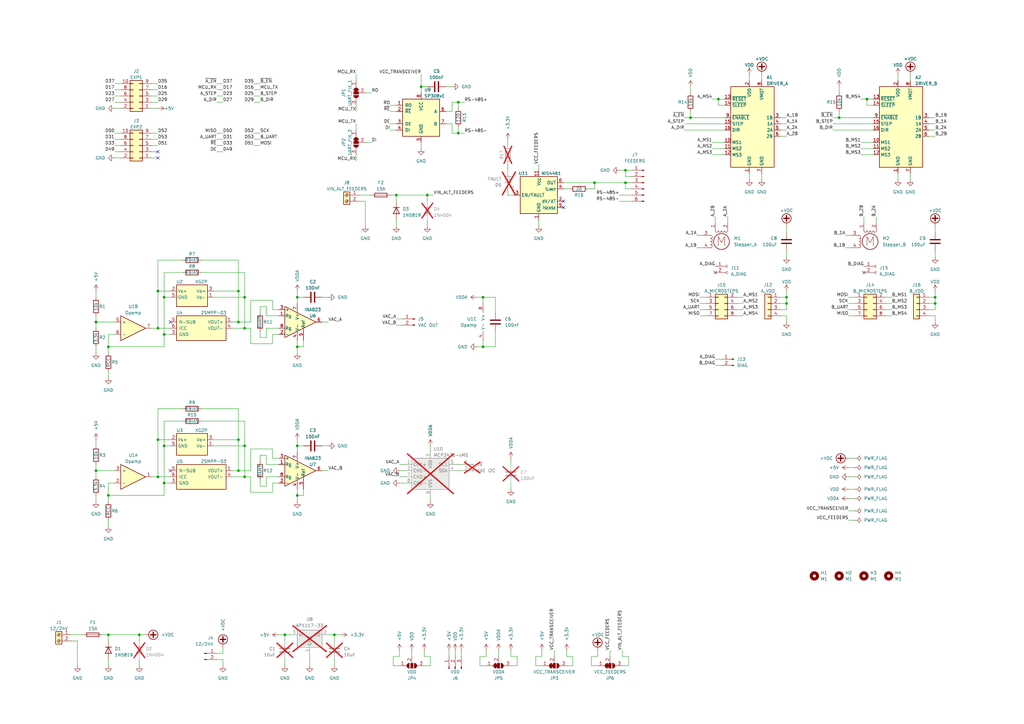
<source format=kicad_sch>
(kicad_sch (version 20230121) (generator eeschema)
  (paper "A3")
  (junction (at 64.77 134.62))
  (junction (at 100.33 195.58))
  (junction (at 100.33 121.92))
  (junction (at 121.92 121.92))
  (junction (at 322.58 121.92))
  (junction (at 39.37 193.04))
  (junction (at 121.92 182.88))
  (junction (at 322.58 124.46))
  (junction (at 57.15 260.35))
  (junction (at 187.96 41.91))
  (junction (at 383.54 121.92))
  (junction (at 67.31 182.88))
  (junction (at 64.77 180.34))
  (junction (at 116.84 260.35))
  (junction (at 97.79 180.34))
  (junction (at 294.64 40.64))
  (junction (at 198.12 121.92))
  (junction (at 137.16 260.35))
  (junction (at 100.33 134.62))
  (junction (at 283.21 48.26))
  (junction (at 121.92 142.24))
  (junction (at 39.37 132.08))
  (junction (at 64.77 195.58))
  (junction (at 187.96 54.61))
  (junction (at 67.31 198.12))
  (junction (at 44.45 260.35))
  (junction (at 198.12 142.24))
  (junction (at 121.92 203.2))
  (junction (at 344.17 48.26))
  (junction (at 256.54 74.93))
  (junction (at 67.31 121.92))
  (junction (at 383.54 124.46))
  (junction (at 100.33 182.88))
  (junction (at 97.79 193.04))
  (junction (at 175.26 80.01))
  (junction (at 44.45 142.24))
  (junction (at 97.79 119.38))
  (junction (at 64.77 119.38))
  (junction (at 243.84 74.93))
  (junction (at 172.72 35.56))
  (junction (at 67.31 137.16))
  (junction (at 355.6 40.64))
  (junction (at 44.45 203.2))
  (junction (at 256.54 69.85))
  (junction (at 97.79 132.08))
  (junction (at 162.56 80.01))
  (no_connect (at 69.85 132.08))
  (no_connect (at 354.33 111.76))
  (no_connect (at 69.85 193.04))
  (no_connect (at 293.37 111.76))
  (no_connect (at 231.14 82.55))
  (no_connect (at 64.77 64.77))
  (no_connect (at 231.14 85.09))
  (no_connect (at 64.77 62.23))
  (wire (pts (xy 208.28 80.01) (xy 210.82 80.01)))
  (wire (pts (xy 39.37 190.5) (xy 39.37 193.04)))
  (wire (pts (xy 175.26 82.55) (xy 175.26 80.01)))
  (wire (pts (xy 185.42 41.91) (xy 187.96 41.91)))
  (wire (pts (xy 64.77 195.58) (xy 62.23 195.58)))
  (wire (pts (xy 137.16 260.35) (xy 139.7 260.35)))
  (wire (pts (xy 102.87 123.19) (xy 102.87 132.08)))
  (wire (pts (xy 97.79 193.04) (xy 95.25 193.04)))
  (wire (pts (xy 91.44 34.29) (xy 88.9 34.29)))
  (wire (pts (xy 381 127) (xy 383.54 127)))
  (wire (pts (xy 111.76 198.12) (xy 111.76 201.93)))
  (wire (pts (xy 64.77 167.64) (xy 74.93 167.64)))
  (wire (pts (xy 160.02 80.01) (xy 162.56 80.01)))
  (wire (pts (xy 208.28 77.47) (xy 208.28 80.01)))
  (wire (pts (xy 100.33 195.58) (xy 102.87 195.58)))
  (wire (pts (xy 146.05 50.8) (xy 146.05 53.34)))
  (wire (pts (xy 134.62 121.92) (xy 132.08 121.92)))
  (wire (pts (xy 106.68 196.85) (xy 106.68 199.39)))
  (wire (pts (xy 358.14 43.18) (xy 355.6 43.18)))
  (wire (pts (xy 353.06 40.64) (xy 355.6 40.64)))
  (wire (pts (xy 242.57 269.24) (xy 245.11 269.24)))
  (wire (pts (xy 243.84 74.93) (xy 243.84 77.47)))
  (wire (pts (xy 100.33 111.76) (xy 100.33 121.92)))
  (wire (pts (xy 287.02 121.92) (xy 289.56 121.92)))
  (wire (pts (xy 242.57 269.24) (xy 242.57 273.05)))
  (wire (pts (xy 293.37 88.9) (xy 293.37 91.44)))
  (wire (pts (xy 39.37 142.24) (xy 39.37 144.78)))
  (wire (pts (xy 162.56 90.17) (xy 162.56 92.71)))
  (wire (pts (xy 355.6 40.64) (xy 358.14 40.64)))
  (wire (pts (xy 67.31 203.2) (xy 44.45 203.2)))
  (wire (pts (xy 381 124.46) (xy 383.54 124.46)))
  (wire (pts (xy 100.33 182.88) (xy 100.33 172.72)))
  (wire (pts (xy 231.14 74.93) (xy 243.84 74.93)))
  (wire (pts (xy 111.76 127) (xy 114.3 127)))
  (wire (pts (xy 46.99 64.77) (xy 49.53 64.77)))
  (wire (pts (xy 114.3 195.58) (xy 109.22 195.58)))
  (wire (pts (xy 254 80.01) (xy 259.08 80.01)))
  (wire (pts (xy 46.99 54.61) (xy 49.53 54.61)))
  (wire (pts (xy 257.81 273.05) (xy 255.27 273.05)))
  (wire (pts (xy 185.42 45.72) (xy 185.42 41.91)))
  (wire (pts (xy 173.99 269.24) (xy 173.99 266.7)))
  (wire (pts (xy 39.37 193.04) (xy 46.99 193.04)))
  (wire (pts (xy 46.99 36.83) (xy 49.53 36.83)))
  (wire (pts (xy 121.92 121.92) (xy 124.46 121.92)))
  (wire (pts (xy 187.96 52.07) (xy 187.96 54.61)))
  (wire (pts (xy 283.21 48.26) (xy 297.18 48.26)))
  (wire (pts (xy 64.77 195.58) (xy 64.77 180.34)))
  (wire (pts (xy 74.93 106.68) (xy 64.77 106.68)))
  (wire (pts (xy 91.44 36.83) (xy 88.9 36.83)))
  (wire (pts (xy 203.2 135.89) (xy 203.2 142.24)))
  (wire (pts (xy 347.98 213.36) (xy 350.52 213.36)))
  (wire (pts (xy 97.79 119.38) (xy 97.79 106.68)))
  (wire (pts (xy 312.42 30.48) (xy 312.42 33.02)))
  (wire (pts (xy 383.54 121.92) (xy 383.54 124.46)))
  (wire (pts (xy 160.02 53.34) (xy 162.56 53.34)))
  (wire (pts (xy 111.76 187.96) (xy 114.3 187.96)))
  (wire (pts (xy 46.99 57.15) (xy 49.53 57.15)))
  (wire (pts (xy 347.98 200.66) (xy 350.52 200.66)))
  (wire (pts (xy 91.44 41.91) (xy 88.9 41.91)))
  (wire (pts (xy 186.69 190.5) (xy 189.23 190.5)))
  (wire (pts (xy 320.04 129.54) (xy 322.58 129.54)))
  (wire (pts (xy 29.21 262.89) (xy 31.75 262.89)))
  (wire (pts (xy 172.72 58.42) (xy 172.72 60.96)))
  (wire (pts (xy 62.23 62.23) (xy 64.77 62.23)))
  (wire (pts (xy 39.37 193.04) (xy 39.37 195.58)))
  (wire (pts (xy 67.31 142.24) (xy 44.45 142.24)))
  (wire (pts (xy 87.63 119.38) (xy 97.79 119.38)))
  (wire (pts (xy 383.54 124.46) (xy 383.54 127)))
  (wire (pts (xy 137.16 273.05) (xy 137.16 270.51)))
  (wire (pts (xy 186.69 269.24) (xy 186.69 266.7)))
  (wire (pts (xy 67.31 198.12) (xy 69.85 198.12)))
  (wire (pts (xy 146.05 43.18) (xy 146.05 45.72)))
  (wire (pts (xy 124.46 142.24) (xy 124.46 139.7)))
  (wire (pts (xy 46.99 44.45) (xy 49.53 44.45)))
  (wire (pts (xy 347.98 124.46) (xy 350.52 124.46)))
  (wire (pts (xy 222.25 269.24) (xy 219.71 269.24)))
  (wire (pts (xy 106.68 186.69) (xy 106.68 189.23)))
  (wire (pts (xy 39.37 132.08) (xy 39.37 134.62)))
  (wire (pts (xy 256.54 77.47) (xy 256.54 74.93)))
  (wire (pts (xy 114.3 137.16) (xy 111.76 137.16)))
  (wire (pts (xy 212.09 273.05) (xy 212.09 269.24)))
  (wire (pts (xy 111.76 137.16) (xy 111.76 140.97)))
  (wire (pts (xy 285.75 101.6) (xy 288.29 101.6)))
  (wire (pts (xy 175.26 90.17) (xy 175.26 92.71)))
  (wire (pts (xy 106.68 41.91) (xy 104.14 41.91)))
  (wire (pts (xy 307.34 71.12) (xy 307.34 73.66)))
  (wire (pts (xy 363.22 121.92) (xy 365.76 121.92)))
  (wire (pts (xy 106.68 39.37) (xy 104.14 39.37)))
  (wire (pts (xy 347.98 187.96) (xy 350.52 187.96)))
  (wire (pts (xy 173.99 273.05) (xy 176.53 273.05)))
  (wire (pts (xy 132.08 193.04) (xy 134.62 193.04)))
  (wire (pts (xy 176.53 182.88) (xy 176.53 185.42)))
  (wire (pts (xy 97.79 193.04) (xy 102.87 193.04)))
  (wire (pts (xy 185.42 35.56) (xy 182.88 35.56)))
  (wire (pts (xy 293.37 147.32) (xy 295.91 147.32)))
  (wire (pts (xy 39.37 132.08) (xy 46.99 132.08)))
  (wire (pts (xy 212.09 269.24) (xy 209.55 269.24)))
  (wire (pts (xy 121.92 139.7) (xy 121.92 142.24)))
  (wire (pts (xy 121.92 182.88) (xy 124.46 182.88)))
  (wire (pts (xy 121.92 182.88) (xy 121.92 185.42)))
  (wire (pts (xy 46.99 59.69) (xy 49.53 59.69)))
  (wire (pts (xy 256.54 69.85) (xy 259.08 69.85)))
  (wire (pts (xy 67.31 137.16) (xy 69.85 137.16)))
  (wire (pts (xy 114.3 134.62) (xy 109.22 134.62)))
  (wire (pts (xy 347.98 191.77) (xy 350.52 191.77)))
  (wire (pts (xy 176.53 205.74) (xy 176.53 203.2)))
  (wire (pts (xy 322.58 92.71) (xy 322.58 95.25)))
  (wire (pts (xy 46.99 198.12) (xy 44.45 198.12)))
  (wire (pts (xy 243.84 74.93) (xy 256.54 74.93)))
  (wire (pts (xy 245.11 269.24) (xy 245.11 266.7)))
  (wire (pts (xy 227.33 269.24) (xy 227.33 266.7)))
  (wire (pts (xy 57.15 262.89) (xy 57.15 260.35)))
  (wire (pts (xy 381 121.92) (xy 383.54 121.92)))
  (wire (pts (xy 147.32 82.55) (xy 149.86 82.55)))
  (wire (pts (xy 121.92 203.2) (xy 121.92 205.74)))
  (wire (pts (xy 109.22 134.62) (xy 109.22 138.43)))
  (wire (pts (xy 64.77 119.38) (xy 64.77 134.62)))
  (wire (pts (xy 64.77 134.62) (xy 62.23 134.62)))
  (wire (pts (xy 162.56 133.35) (xy 165.1 133.35)))
  (wire (pts (xy 320.04 55.88) (xy 322.58 55.88)))
  (wire (pts (xy 121.92 119.38) (xy 121.92 121.92)))
  (wire (pts (xy 102.87 201.93) (xy 111.76 201.93)))
  (wire (pts (xy 298.45 88.9) (xy 298.45 91.44)))
  (wire (pts (xy 166.37 195.58) (xy 163.83 195.58)))
  (wire (pts (xy 383.54 102.87) (xy 383.54 105.41)))
  (wire (pts (xy 109.22 195.58) (xy 109.22 199.39)))
  (wire (pts (xy 203.2 128.27) (xy 203.2 121.92)))
  (wire (pts (xy 287.02 129.54) (xy 289.56 129.54)))
  (wire (pts (xy 64.77 180.34) (xy 69.85 180.34)))
  (wire (pts (xy 163.83 198.12) (xy 166.37 198.12)))
  (wire (pts (xy 64.77 106.68) (xy 64.77 119.38)))
  (wire (pts (xy 209.55 187.96) (xy 209.55 190.5)))
  (wire (pts (xy 320.04 50.8) (xy 322.58 50.8)))
  (wire (pts (xy 91.44 59.69) (xy 88.9 59.69)))
  (wire (pts (xy 146.05 63.5) (xy 146.05 66.04)))
  (wire (pts (xy 88.9 270.51) (xy 91.44 270.51)))
  (wire (pts (xy 162.56 80.01) (xy 162.56 82.55)))
  (wire (pts (xy 121.92 200.66) (xy 121.92 203.2)))
  (wire (pts (xy 198.12 121.92) (xy 198.12 124.46)))
  (wire (pts (xy 347.98 129.54) (xy 350.52 129.54)))
  (wire (pts (xy 232.41 269.24) (xy 234.95 269.24)))
  (wire (pts (xy 44.45 142.24) (xy 44.45 144.78)))
  (wire (pts (xy 312.42 71.12) (xy 312.42 73.66)))
  (wire (pts (xy 353.06 63.5) (xy 358.14 63.5)))
  (wire (pts (xy 219.71 269.24) (xy 219.71 273.05)))
  (wire (pts (xy 46.99 39.37) (xy 49.53 39.37)))
  (wire (pts (xy 91.44 273.05) (xy 91.44 270.51)))
  (wire (pts (xy 381 53.34) (xy 383.54 53.34)))
  (wire (pts (xy 97.79 167.64) (xy 82.55 167.64)))
  (wire (pts (xy 91.44 54.61) (xy 88.9 54.61)))
  (wire (pts (xy 302.26 121.92) (xy 304.8 121.92)))
  (wire (pts (xy 381 48.26) (xy 383.54 48.26)))
  (wire (pts (xy 69.85 182.88) (xy 67.31 182.88)))
  (wire (pts (xy 64.77 119.38) (xy 69.85 119.38)))
  (wire (pts (xy 100.33 172.72) (xy 82.55 172.72)))
  (wire (pts (xy 341.63 48.26) (xy 344.17 48.26)))
  (wire (pts (xy 199.39 269.24) (xy 199.39 266.7)))
  (wire (pts (xy 106.68 125.73) (xy 106.68 128.27)))
  (wire (pts (xy 116.84 273.05) (xy 116.84 270.51)))
  (wire (pts (xy 368.3 71.12) (xy 368.3 73.66)))
  (wire (pts (xy 292.1 63.5) (xy 297.18 63.5)))
  (wire (pts (xy 347.98 121.92) (xy 350.52 121.92)))
  (wire (pts (xy 62.23 34.29) (xy 64.77 34.29)))
  (wire (pts (xy 302.26 129.54) (xy 304.8 129.54)))
  (wire (pts (xy 292.1 58.42) (xy 297.18 58.42)))
  (wire (pts (xy 147.32 80.01) (xy 152.4 80.01)))
  (wire (pts (xy 209.55 273.05) (xy 212.09 273.05)))
  (wire (pts (xy 102.87 195.58) (xy 102.87 201.93)))
  (wire (pts (xy 347.98 195.58) (xy 350.52 195.58)))
  (wire (pts (xy 97.79 132.08) (xy 95.25 132.08)))
  (wire (pts (xy 187.96 41.91) (xy 187.96 44.45)))
  (wire (pts (xy 62.23 44.45) (xy 64.77 44.45)))
  (wire (pts (xy 67.31 121.92) (xy 67.31 137.16)))
  (wire (pts (xy 46.99 41.91) (xy 49.53 41.91)))
  (wire (pts (xy 31.75 262.89) (xy 31.75 273.05)))
  (wire (pts (xy 341.63 50.8) (xy 358.14 50.8)))
  (wire (pts (xy 67.31 121.92) (xy 67.31 111.76)))
  (wire (pts (xy 176.53 273.05) (xy 176.53 269.24)))
  (wire (pts (xy 172.72 30.48) (xy 172.72 35.56)))
  (wire (pts (xy 231.14 77.47) (xy 233.68 77.47)))
  (wire (pts (xy 381 55.88) (xy 383.54 55.88)))
  (wire (pts (xy 383.54 119.38) (xy 383.54 121.92)))
  (wire (pts (xy 111.76 123.19) (xy 102.87 123.19)))
  (wire (pts (xy 111.76 184.15) (xy 102.87 184.15)))
  (wire (pts (xy 100.33 134.62) (xy 100.33 121.92)))
  (wire (pts (xy 29.21 260.35) (xy 34.29 260.35)))
  (wire (pts (xy 91.44 39.37) (xy 88.9 39.37)))
  (wire (pts (xy 256.54 74.93) (xy 259.08 74.93)))
  (wire (pts (xy 163.83 193.04) (xy 166.37 193.04)))
  (wire (pts (xy 109.22 186.69) (xy 106.68 186.69)))
  (wire (pts (xy 44.45 198.12) (xy 44.45 203.2)))
  (wire (pts (xy 100.33 195.58) (xy 100.33 182.88)))
  (wire (pts (xy 64.77 195.58) (xy 69.85 195.58)))
  (wire (pts (xy 114.3 198.12) (xy 111.76 198.12)))
  (wire (pts (xy 163.83 269.24) (xy 163.83 266.7)))
  (wire (pts (xy 114.3 260.35) (xy 116.84 260.35)))
  (wire (pts (xy 102.87 140.97) (xy 111.76 140.97)))
  (wire (pts (xy 39.37 129.54) (xy 39.37 132.08)))
  (wire (pts (xy 67.31 182.88) (xy 67.31 172.72)))
  (wire (pts (xy 97.79 132.08) (xy 102.87 132.08)))
  (wire (pts (xy 381 129.54) (xy 383.54 129.54)))
  (wire (pts (xy 320.04 121.92) (xy 322.58 121.92)))
  (wire (pts (xy 121.92 142.24) (xy 121.92 144.78)))
  (wire (pts (xy 208.28 67.31) (xy 208.28 69.85)))
  (wire (pts (xy 95.25 134.62) (xy 100.33 134.62)))
  (wire (pts (xy 46.99 34.29) (xy 49.53 34.29)))
  (wire (pts (xy 256.54 72.39) (xy 256.54 69.85)))
  (wire (pts (xy 166.37 190.5) (xy 163.83 190.5)))
  (wire (pts (xy 322.58 124.46) (xy 322.58 127)))
  (wire (pts (xy 204.47 269.24) (xy 204.47 266.7)))
  (wire (pts (xy 163.83 273.05) (xy 161.29 273.05)))
  (wire (pts (xy 109.22 129.54) (xy 109.22 125.73)))
  (wire (pts (xy 46.99 62.23) (xy 49.53 62.23)))
  (wire (pts (xy 116.84 260.35) (xy 116.84 262.89)))
  (wire (pts (xy 67.31 198.12) (xy 67.31 203.2)))
  (wire (pts (xy 134.62 260.35) (xy 137.16 260.35)))
  (wire (pts (xy 146.05 30.48) (xy 146.05 33.02)))
  (wire (pts (xy 184.15 269.24) (xy 184.15 266.7)))
  (wire (pts (xy 257.81 269.24) (xy 255.27 269.24)))
  (wire (pts (xy 64.77 134.62) (xy 69.85 134.62)))
  (wire (pts (xy 127 267.97) (xy 127 273.05)))
  (wire (pts (xy 368.3 30.48) (xy 368.3 33.02)))
  (wire (pts (xy 62.23 59.69) (xy 64.77 59.69)))
  (wire (pts (xy 283.21 45.72) (xy 283.21 48.26)))
  (wire (pts (xy 121.92 142.24) (xy 124.46 142.24)))
  (wire (pts (xy 175.26 80.01) (xy 177.8 80.01)))
  (wire (pts (xy 259.08 77.47) (xy 256.54 77.47)))
  (wire (pts (xy 203.2 121.92) (xy 198.12 121.92)))
  (wire (pts (xy 149.86 38.1) (xy 152.4 38.1)))
  (wire (pts (xy 255.27 266.7) (xy 255.27 269.24)))
  (wire (pts (xy 39.37 119.38) (xy 39.37 121.92)))
  (wire (pts (xy 97.79 106.68) (xy 82.55 106.68)))
  (wire (pts (xy 359.41 88.9) (xy 359.41 91.44)))
  (wire (pts (xy 245.11 273.05) (xy 242.57 273.05)))
  (wire (pts (xy 353.06 60.96) (xy 358.14 60.96)))
  (wire (pts (xy 160.02 43.18) (xy 162.56 43.18)))
  (wire (pts (xy 87.63 180.34) (xy 97.79 180.34)))
  (wire (pts (xy 293.37 149.86) (xy 295.91 149.86)))
  (wire (pts (xy 346.71 101.6) (xy 349.25 101.6)))
  (wire (pts (xy 292.1 40.64) (xy 294.64 40.64)))
  (wire (pts (xy 62.23 36.83) (xy 64.77 36.83)))
  (wire (pts (xy 347.98 209.55) (xy 350.52 209.55)))
  (wire (pts (xy 373.38 71.12) (xy 373.38 73.66)))
  (wire (pts (xy 100.33 134.62) (xy 102.87 134.62)))
  (wire (pts (xy 198.12 142.24) (xy 198.12 139.7)))
  (wire (pts (xy 381 50.8) (xy 383.54 50.8)))
  (wire (pts (xy 57.15 260.35) (xy 59.69 260.35)))
  (wire (pts (xy 363.22 129.54) (xy 365.76 129.54)))
  (wire (pts (xy 111.76 184.15) (xy 111.76 187.96)))
  (wire (pts (xy 102.87 134.62) (xy 102.87 140.97)))
  (wire (pts (xy 106.68 135.89) (xy 106.68 138.43)))
  (wire (pts (xy 134.62 182.88) (xy 132.08 182.88)))
  (wire (pts (xy 209.55 200.66) (xy 209.55 198.12)))
  (wire (pts (xy 320.04 48.26) (xy 322.58 48.26)))
  (wire (pts (xy 186.69 193.04) (xy 189.23 193.04)))
  (wire (pts (xy 307.34 30.48) (xy 307.34 33.02)))
  (wire (pts (xy 121.92 203.2) (xy 124.46 203.2)))
  (wire (pts (xy 62.23 39.37) (xy 64.77 39.37)))
  (wire (pts (xy 88.9 267.97) (xy 91.44 267.97)))
  (wire (pts (xy 172.72 35.56) (xy 175.26 35.56)))
  (wire (pts (xy 373.38 30.48) (xy 373.38 33.02)))
  (wire (pts (xy 168.91 269.24) (xy 168.91 266.7)))
  (wire (pts (xy 109.22 138.43) (xy 106.68 138.43)))
  (wire (pts (xy 341.63 53.34) (xy 358.14 53.34)))
  (wire (pts (xy 363.22 124.46) (xy 365.76 124.46)))
  (wire (pts (xy 87.63 121.92) (xy 100.33 121.92)))
  (wire (pts (xy 220.98 90.17) (xy 220.98 92.71)))
  (wire (pts (xy 383.54 129.54) (xy 383.54 132.08)))
  (wire (pts (xy 44.45 137.16) (xy 44.45 142.24)))
  (wire (pts (xy 347.98 204.47) (xy 350.52 204.47)))
  (wire (pts (xy 87.63 182.88) (xy 100.33 182.88)))
  (wire (pts (xy 222.25 266.7) (xy 222.25 269.24)))
  (wire (pts (xy 176.53 269.24) (xy 173.99 269.24)))
  (wire (pts (xy 121.92 180.34) (xy 121.92 182.88)))
  (wire (pts (xy 97.79 119.38) (xy 97.79 132.08)))
  (wire (pts (xy 285.75 96.52) (xy 288.29 96.52)))
  (wire (pts (xy 219.71 273.05) (xy 222.25 273.05)))
  (wire (pts (xy 106.68 34.29) (xy 104.14 34.29)))
  (wire (pts (xy 195.58 142.24) (xy 198.12 142.24)))
  (wire (pts (xy 62.23 57.15) (xy 64.77 57.15)))
  (wire (pts (xy 195.58 121.92) (xy 198.12 121.92)))
  (wire (pts (xy 57.15 270.51) (xy 57.15 273.05)))
  (wire (pts (xy 347.98 127) (xy 350.52 127)))
  (wire (pts (xy 41.91 260.35) (xy 44.45 260.35)))
  (wire (pts (xy 114.3 190.5) (xy 109.22 190.5)))
  (wire (pts (xy 353.06 58.42) (xy 358.14 58.42)))
  (wire (pts (xy 91.44 62.23) (xy 88.9 62.23)))
  (wire (pts (xy 44.45 260.35) (xy 57.15 260.35)))
  (wire (pts (xy 280.67 53.34) (xy 297.18 53.34)))
  (wire (pts (xy 44.45 203.2) (xy 44.45 205.74)))
  (wire (pts (xy 67.31 111.76) (xy 74.93 111.76)))
  (wire (pts (xy 44.45 152.4) (xy 44.45 154.94)))
  (wire (pts (xy 294.64 43.18) (xy 294.64 40.64)))
  (wire (pts (xy 302.26 124.46) (xy 304.8 124.46)))
  (wire (pts (xy 354.33 88.9) (xy 354.33 91.44)))
  (wire (pts (xy 67.31 182.88) (xy 67.31 198.12)))
  (wire (pts (xy 182.88 45.72) (xy 185.42 45.72)))
  (wire (pts (xy 67.31 137.16) (xy 67.31 142.24)))
  (wire (pts (xy 95.25 195.58) (xy 100.33 195.58)))
  (wire (pts (xy 62.23 41.91) (xy 64.77 41.91)))
  (wire (pts (xy 199.39 273.05) (xy 196.85 273.05)))
  (wire (pts (xy 322.58 129.54) (xy 322.58 132.08)))
  (wire (pts (xy 132.08 132.08) (xy 134.62 132.08)))
  (wire (pts (xy 62.23 64.77) (xy 64.77 64.77)))
  (wire (pts (xy 254 82.55) (xy 259.08 82.55)))
  (wire (pts (xy 149.86 82.55) (xy 149.86 92.71)))
  (wire (pts (xy 82.55 111.76) (xy 100.33 111.76)))
  (wire (pts (xy 62.23 54.61) (xy 64.77 54.61)))
  (wire (pts (xy 44.45 213.36) (xy 44.45 215.9)))
  (wire (pts (xy 106.68 57.15) (xy 104.14 57.15)))
  (wire (pts (xy 383.54 92.71) (xy 383.54 95.25)))
  (wire (pts (xy 106.68 54.61) (xy 104.14 54.61)))
  (wire (pts (xy 196.85 273.05) (xy 196.85 269.24)))
  (wire (pts (xy 280.67 48.26) (xy 283.21 48.26)))
  (wire (pts (xy 187.96 41.91) (xy 190.5 41.91)))
  (wire (pts (xy 208.28 57.15) (xy 208.28 59.69)))
  (wire (pts (xy 254 69.85) (xy 256.54 69.85)))
  (wire (pts (xy 232.41 273.05) (xy 234.95 273.05)))
  (wire (pts (xy 109.22 125.73) (xy 106.68 125.73)))
  (wire (pts (xy 97.79 180.34) (xy 97.79 167.64)))
  (wire (pts (xy 109.22 190.5) (xy 109.22 186.69)))
  (wire (pts (xy 116.84 260.35) (xy 119.38 260.35)))
  (wire (pts (xy 320.04 53.34) (xy 322.58 53.34)))
  (wire (pts (xy 257.81 273.05) (xy 257.81 269.24)))
  (wire (pts (xy 322.58 121.92) (xy 322.58 124.46)))
  (wire (pts (xy 109.22 199.39) (xy 106.68 199.39)))
  (wire (pts (xy 172.72 35.56) (xy 172.72 38.1)))
  (wire (pts (xy 203.2 142.24) (xy 198.12 142.24)))
  (wire (pts (xy 97.79 180.34) (xy 97.79 193.04)))
  (wire (pts (xy 187.96 54.61) (xy 190.5 54.61)))
  (wire (pts (xy 320.04 127) (xy 322.58 127)))
  (wire (pts (xy 185.42 50.8) (xy 185.42 54.61)))
  (wire (pts (xy 363.22 127) (xy 365.76 127)))
  (wire (pts (xy 344.17 45.72) (xy 344.17 48.26)))
  (wire (pts (xy 149.86 58.42) (xy 152.4 58.42)))
  (wire (pts (xy 346.71 96.52) (xy 349.25 96.52)))
  (wire (pts (xy 137.16 260.35) (xy 137.16 262.89)))
  (wire (pts (xy 160.02 45.72) (xy 162.56 45.72)))
  (wire (pts (xy 259.08 72.39) (xy 256.54 72.39)))
  (wire (pts (xy 287.02 124.46) (xy 289.56 124.46)))
  (wire (pts (xy 182.88 50.8) (xy 185.42 50.8)))
  (wire (pts (xy 46.99 137.16) (xy 44.45 137.16)))
  (wire (pts (xy 234.95 269.24) (xy 234.95 273.05)))
  (wire (pts (xy 185.42 54.61) (xy 187.96 54.61)))
  (wire (pts (xy 297.18 43.18) (xy 294.64 43.18)))
  (wire (pts (xy 91.44 267.97) (xy 91.44 265.43)))
  (wire (pts (xy 292.1 60.96) (xy 297.18 60.96)))
  (wire (pts (xy 220.98 67.31) (xy 220.98 69.85)))
  (wire (pts (xy 64.77 180.34) (xy 64.77 167.64)))
  (wire (pts (xy 189.23 269.24) (xy 189.23 266.7)))
  (wire (pts (xy 209.55 269.24) (xy 209.55 266.7)))
  (wire (pts (xy 111.76 123.19) (xy 111.76 127)))
  (wire (pts (xy 39.37 180.34) (xy 39.37 182.88)))
  (wire (pts (xy 302.26 127) (xy 304.8 127)))
  (wire (pts (xy 161.29 273.05) (xy 161.29 269.24)))
  (wire (pts (xy 294.64 40.64) (xy 297.18 40.64)))
  (wire (pts (xy 44.45 260.35) (xy 44.45 262.89)))
  (wire (pts (xy 344.17 35.56) (xy 344.17 38.1)))
  (wire (pts (xy 162.56 80.01) (xy 175.26 80.01)))
  (wire (pts (xy 283.21 35.56) (xy 283.21 38.1)))
  (wire (pts (xy 322.58 119.38) (xy 322.58 121.92)))
  (wire (pts (xy 243.84 77.47) (xy 241.3 77.47)))
  (wire (pts (xy 102.87 184.15) (xy 102.87 193.04)))
  (wire (pts (xy 250.19 266.7) (xy 250.19 269.24)))
  (wire (pts (xy 121.92 121.92) (xy 121.92 124.46)))
  (wire (pts (xy 91.44 57.15) (xy 88.9 57.15)))
  (wire (pts (xy 344.17 48.26) (xy 358.14 48.26)))
  (wire (pts (xy 196.85 269.24) (xy 199.39 269.24)))
  (wire (pts (xy 106.68 36.83) (xy 104.14 36.83)))
  (wire (pts (xy 161.29 269.24) (xy 163.83 269.24)))
  (wire (pts (xy 232.41 266.7) (xy 232.41 269.24)))
  (wire (pts (xy 39.37 203.2) (xy 39.37 205.74)))
  (wire (pts (xy 287.02 127) (xy 289.56 127)))
  (wire (pts (xy 355.6 43.18) (xy 355.6 40.64)))
  (wire (pts (xy 280.67 50.8) (xy 297.18 50.8)))
  (wire (pts (xy 124.46 203.2) (xy 124.46 200.66)))
  (wire (pts (xy 69.85 121.92) (xy 67.31 121.92)))
  (wire (pts (xy 114.3 129.54) (xy 109.22 129.54)))
  (wire (pts (xy 162.56 130.81) (xy 165.1 130.81)))
  (wire (pts (xy 44.45 270.51) (xy 44.45 273.05)))
  (wire (pts (xy 160.02 50.8) (xy 162.56 50.8)))
  (wire (pts (xy 67.31 172.72) (xy 74.93 172.72)))
  (wire (pts (xy 320.04 124.46) (xy 322.58 124.46)))
  (wire (pts (xy 322.58 102.87) (xy 322.58 105.41)))
  (wire (pts (xy 106.68 59.69) (xy 104.14 59.69)))
  (label "D16" (at 64.77 36.83 0))
  (label "A_2A" (at 298.45 88.9 90))
  (label "VCC_FEEDERS" (at 220.98 67.31 90))
  (label "D31" (at 46.99 57.15 180))
  (label "D35" (at 104.14 34.29 180))
  (label "B_2B" (at 354.33 88.9 90))
  (label "D52" (at 64.77 54.61 0))
  (label "A_MS4" (at 292.1 40.64 180))
  (label "RS-485-" (at 190.5 54.61 0))
  (label "A_DIR" (at 280.67 53.34 180))
  (label "MCU_RX" (at 88.9 36.83 180))
  (label "B_1A" (at 383.54 50.8 0))
  (label "D17" (at 46.99 36.83 180))
  (label "A_2A" (at 322.58 53.34 0))
  (label "SCK" (at 106.68 54.61 0))
  (label "VCC_TRANSCEIVER" (at 172.72 30.48 180))
  (label "A_1B" (at 285.75 101.6 180))
  (label "B_DIR" (at 341.63 53.34 180))
  (label "A_STEP" (at 88.9 39.37 180))
  (label "B_MS3" (at 353.06 63.5 180))
  (label "VAC_A" (at 163.83 190.5 180))
  (label "DI" (at 152.4 58.42 0))
  (label "MCU_TX" (at 106.68 36.83 0))
  (label "B_MS2" (at 365.76 124.46 0))
  (label "VAC_B" (at 134.62 193.04 0))
  (label "D17" (at 91.44 36.83 0))
  (label "A_1A" (at 285.75 96.52 180))
  (label "~{B_EN}" (at 341.63 48.26 180))
  (label "MISO" (at 347.98 129.54 180))
  (label "D50" (at 46.99 54.61 180))
  (label "B_DIR" (at 106.68 41.91 0))
  (label "B_DIAG" (at 354.33 109.22 180))
  (label "D49" (at 91.44 62.23 0))
  (label "D25" (at 64.77 39.37 0))
  (label "VCC_FEEDERS" (at 347.98 213.36 180))
  (label "A_DIR" (at 88.9 41.91 180))
  (label "MCU_TX" (at 146.05 50.8 180))
  (label "DE" (at 88.9 62.23 180))
  (label "MOSI" (at 347.98 121.92 180))
  (label "A_MS1" (at 304.8 121.92 0))
  (label "B_UART" (at 347.98 127 180))
  (label "D51" (at 64.77 59.69 0))
  (label "B_MS1" (at 365.76 121.92 0))
  (label "~{RE}" (at 160.02 45.72 180))
  (label "VAC_B" (at 163.83 195.58 180))
  (label "A_2B" (at 322.58 55.88 0))
  (label "RS-485-" (at 254 82.55 180))
  (label "~{B_EN}" (at 106.68 34.29 0))
  (label "VAC_B" (at 162.56 133.35 180))
  (label "D53" (at 104.14 57.15 180))
  (label "D51" (at 104.14 59.69 180))
  (label "D29" (at 64.77 41.91 0))
  (label "D50" (at 91.44 54.61 0))
  (label "B_2B" (at 383.54 55.88 0))
  (label "MISO" (at 287.02 129.54 180))
  (label "A_UART" (at 88.9 57.15 180))
  (label "RS-485+" (at 190.5 41.91 0))
  (label "SCK" (at 347.98 124.46 180))
  (label "B_UART" (at 106.68 57.15 0))
  (label "B_MS2" (at 353.06 60.96 180))
  (label "~{A_EN}" (at 280.67 48.26 180))
  (label "B_2A" (at 359.41 88.9 90))
  (label "D52" (at 104.14 54.61 180))
  (label "VIN_ALT_FEEDERS" (at 177.8 80.01 0))
  (label "MISO" (at 88.9 54.61 180))
  (label "DE" (at 160.02 50.8 180))
  (label "D35" (at 64.77 34.29 0))
  (label "D53" (at 64.77 57.15 0))
  (label "B_MS4" (at 353.06 40.64 180))
  (label "D27" (at 46.99 41.91 180))
  (label "D23" (at 46.99 39.37 180))
  (label "A_1B" (at 322.58 48.26 0))
  (label "D33" (at 91.44 59.69 0))
  (label "VCC_FEEDERS" (at 250.19 266.7 90))
  (label "B_DIAG" (at 293.37 149.86 180))
  (label "DI" (at 160.02 53.34 180))
  (label "B_STEP" (at 341.63 50.8 180))
  (label "RO" (at 152.4 38.1 0))
  (label "B_MS3" (at 365.76 127 0))
  (label "A_2B" (at 293.37 88.9 90))
  (label "D31" (at 91.44 57.15 0))
  (label "MOSI" (at 106.68 59.69 0))
  (label "MCU_RX" (at 146.05 66.04 180))
  (label "A_1A" (at 322.58 50.8 0))
  (label "D23" (at 91.44 39.37 0))
  (label "D27" (at 91.44 41.91 0))
  (label "A_DIAG" (at 293.37 109.22 180))
  (label "MCU_RX" (at 146.05 30.48 180))
  (label "VAC_A" (at 134.62 132.08 0))
  (label "SCK" (at 287.02 124.46 180))
  (label "A_DIAG" (at 293.37 147.32 180))
  (label "VCC_TRANSCEIVER" (at 347.98 209.55 180))
  (label "RS-485+" (at 254 80.01 180))
  (label "RO" (at 160.02 43.18 180))
  (label "~{A_EN}" (at 88.9 34.29 180))
  (label "B_STEP" (at 106.68 39.37 0))
  (label "A_UART" (at 287.02 127 180))
  (label "A_MS2" (at 292.1 60.96 180))
  (label "A_MS3" (at 304.8 127 0))
  (label "A_MS1" (at 292.1 58.42 180))
  (label "B_MS1" (at 353.06 58.42 180))
  (label "VIN_ALT_FEEDERS" (at 255.27 266.7 90))
  (label "D37" (at 46.99 34.29 180))
  (label "VCC_TRANSCEIVER" (at 227.33 266.7 90))
  (label "A_STEP" (at 280.67 50.8 180))
  (label "MCU_TX" (at 146.05 45.72 180))
  (label "B_1A" (at 346.71 96.52 180))
  (label "A_MS3" (at 292.1 63.5 180))
  (label "D49" (at 46.99 62.23 180))
  (label "B_1B" (at 346.71 101.6 180))
  (label "MOSI" (at 287.02 121.92 180))
  (label "D33" (at 46.99 59.69 180))
  (label "B_MS4" (at 365.76 129.54 0))
  (label "D29" (at 104.14 41.91 180))
  (label "A_MS4" (at 304.8 129.54 0))
  (label "B_1B" (at 383.54 48.26 0))
  (label "VAC_A" (at 162.56 130.81 180))
  (label "D37" (at 91.44 34.29 0))
  (label "~{RE}" (at 88.9 59.69 180))
  (label "B_2A" (at 383.54 53.34 0))
  (label "D25" (at 104.14 39.37 180))
  (label "D16" (at 104.14 36.83 180))
  (label "A_MS2" (at 304.8 124.46 0))
  (symbol (lib_id "power:GND") (at 127 273.05 0) (unit 1)
    (property "Reference" "#PWR022" (effects hide))
    (property "Value" "GND" (at 127 278.13 0))
  )
  (symbol (lib_id "power:GND") (at 121.92 144.78 0) (unit 1)
    (property "Reference" "#PWR019" (effects hide))
    (property "Value" "GND" (at 121.92 149.86 0))
  )
  (symbol (lib_id "Connector_Generic:Conn_02x04_Odd_Even") (at 294.64 124.46 0) (unit 1)
    (property "Reference" "J10" (at 295.91 116.84 0))
    (property "Value" "A_MICROSTEPS" (at 295.91 119.38 0))
    (property "Footprint" "Connector_PinHeader_2.54mm:PinHeader_2x04_P2.54mm_Vertical" (effects hide))
  )
  (symbol (lib_id "power:VDDA") (at 347.98 204.47 90) (unit 1)
    (property "Reference" "#PWR075" (effects hide))
    (property "Value" "VDDA" (at 344.17 204.47 90) (effects (justify left)))
  )
  (symbol (lib_id "Connector:Conn_01x02_Socket") (at 359.41 109.22 0) (unit 1)
    (property "Reference" "J15" (at 360.68 109.855 0) (effects (justify left)))
    (property "Value" "A_DIAG" (at 360.68 112.395 0) (effects (justify left)))
    (property "Footprint" "Connector_PinSocket_2.54mm:PinSocket_1x02_P2.54mm_Vertical" (effects hide))
  )
  (symbol (lib_id "Device:Fuse") (at 156.21 80.01 90) (unit 1)
    (property "Reference" "F2" (at 156.21 74.93 90))
    (property "Value" "15A" (at 156.21 77.47 90))
    (property "Footprint" "Fuse:Fuse_1206_3216Metric" (effects hide))
  )
  (symbol (lib_id "power:VDDA") (at 176.53 182.88 0) (unit 1)
    (property "Reference" "#PWR036" (effects hide))
    (property "Value" "VDDA" (at 176.53 179.07 90) (effects (justify left)))
  )
  (symbol (lib_id "power:+5V") (at 199.39 266.7 0) (unit 1)
    (property "Reference" "#PWR045" (effects hide))
    (property "Value" "+5V" (at 199.39 262.89 90) (effects (justify left)))
  )
  (symbol (lib_id "Device:R") (at 78.74 172.72 90) (unit 1)
    (property "Reference" "R10" (at 78.74 170.18 90))
    (property "Value" "RBIAS" (at 78.74 172.72 90))
    (property "Footprint" "Resistor_SMD:R_0603_1608Metric" (effects hide))
  )
  (symbol (lib_id "Mechanical:MountingHole") (at 334.01 236.22 0) (unit 1)
    (property "Reference" "H1" (at 336.55 234.95 0) (effects (justify left)))
    (property "Value" "M1" (at 336.55 237.49 0) (effects (justify left)))
    (property "Footprint" "MountingHole:MountingHole_3.2mm_M3_Pad" (effects hide))
  )
  (symbol (lib_id "power:GND") (at 254 69.85 270) (unit 1)
    (property "Reference" "#PWR038" (effects hide))
    (property "Value" "GND" (at 250.19 69.85 90) (effects (justify right)))
  )
  (symbol (lib_id "Mechanical:MountingHole") (at 354.33 236.22 0) (unit 1)
    (property "Reference" "H3" (at 356.87 234.95 0) (effects (justify left)))
    (property "Value" "M1" (at 356.87 237.49 0) (effects (justify left)))
    (property "Footprint" "MountingHole:MountingHole_3.2mm_M3_Pad" (effects hide))
  )
  (symbol (lib_id "power:GND") (at 39.37 205.74 0) (unit 1)
    (property "Reference" "#PWR04" (effects hide))
    (property "Value" "GND" (at 39.37 210.82 0))
  )
  (symbol (lib_id "Diode:1N4004") (at 57.15 266.7 270) (unit 1) (dnp yes)
    (property "Reference" "D2" (at 59.69 266.065 90) (effects (justify left)))
    (property "Value" "1N4004" (at 59.69 268.605 90) (effects (justify left)))
    (property "Footprint" "Diode_THT:D_DO-41_SOD81_P7.62mm_Horizontal" (effects hide))
    (property "Datasheet" "http://www.vishay.com/docs/88503/1n4001.pdf" (effects hide))
    (property "Sim.Device" "D" (effects hide))
    (property "Sim.Pins" "1=K 2=A" (effects hide))
  )
  (symbol (lib_id "Device:D") (at 162.56 86.36 270) (unit 1)
    (property "Reference" "D3" (at 165.1 85.725 90) (effects (justify left)))
    (property "Value" "1N5819" (at 165.1 88.265 90) (effects (justify left)))
    (property "Footprint" "Diode_SMD:D_SOD-123" (effects hide))
    (property "Sim.Device" "D" (effects hide))
    (property "Sim.Pins" "1=K 2=A" (effects hide))
  )
  (symbol (lib_id "power:GND") (at 185.42 35.56 90) (unit 1)
    (property "Reference" "#PWR035" (effects hide))
    (property "Value" "GND" (at 189.23 35.56 90) (effects (justify right)))
  )
  (symbol (lib_id "power:+3.3V") (at 173.99 266.7 0) (unit 1)
    (property "Reference" "#PWR034" (effects hide))
    (property "Value" "+3.3V" (at 173.99 262.89 90) (effects (justify left)))
  )
  (symbol (lib_id "power:VDD") (at 368.3 30.48 0) (unit 1)
    (property "Reference" "#PWR060" (effects hide))
    (property "Value" "VDD" (at 368.3 26.67 0))
  )
  (symbol (lib_id "power:VDD") (at 347.98 200.66 90) (unit 1)
    (property "Reference" "#PWR074" (effects hide))
    (property "Value" "VDD" (at 344.17 200.66 90) (effects (justify left)))
  )
  (symbol (lib_id "power:GND") (at 373.38 73.66 0) (unit 1)
    (property "Reference" "#PWR063" (effects hide))
    (property "Value" "GND" (at 373.38 78.74 0))
  )
  (symbol (lib_id "power:VDD") (at 383.54 119.38 0) (unit 1)
    (property "Reference" "#PWR066" (effects hide))
    (property "Value" "VDD" (at 383.54 115.57 0))
  )
  (symbol (lib_id "power:PWR_FLAG") (at 350.52 187.96 270) (unit 1)
    (property "Reference" "#FLG01" (effects hide))
    (property "Value" "PWR_FLAG" (at 354.33 187.96 90) (effects (justify left)))
  )
  (symbol (lib_id "power:GND") (at 383.54 105.41 0) (mirror y) (unit 1)
    (property "Reference" "#PWR065" (effects hide))
    (property "Value" "GND" (at 383.54 110.49 0))
  )
  (symbol (lib_id "power:GND") (at 162.56 92.71 0) (unit 1)
    (property "Reference" "#PWR069" (effects hide))
    (property "Value" "GND" (at 162.56 97.79 0))
  )
  (symbol (lib_id "expander:2SMPP-03") (at 82.55 195.58 0) (unit 1)
    (property "Reference" "U5" (at 73.66 189.23 0))
    (property "Value" "2SMPP-03" (at 87.63 189.23 0))
    (property "Footprint" "expander:2SMPP-03" (effects hide))
    (property "Datasheet" "https://omronfs.omron.com/en_US/ecb/products/pdf/en-2smpp-03.pdf" (effects hide))
  )
  (symbol (lib_id "power:+5V") (at 163.83 266.7 0) (unit 1)
    (property "Reference" "#PWR031" (effects hide))
    (property "Value" "+5V" (at 163.83 262.89 90) (effects (justify left)))
  )
  (symbol (lib_id "power:GND") (at 134.62 121.92 90) (unit 1)
    (property "Reference" "#PWR023" (effects hide))
    (property "Value" "GND" (at 138.43 121.92 90) (effects (justify right)))
  )
  (symbol (lib_id "power:VDD") (at 307.34 30.48 0) (unit 1)
    (property "Reference" "#PWR051" (effects hide))
    (property "Value" "VDD" (at 307.34 26.67 0))
  )
  (symbol (lib_id "Device:R") (at 106.68 193.04 180) (unit 1)
    (property "Reference" "R12" (at 107.95 193.04 0) (effects (justify right)))
    (property "Value" "RAMP" (at 106.68 193.04 90))
    (property "Footprint" "Resistor_SMD:R_0603_1608Metric" (effects hide))
  )
  (symbol (lib_id "expander:XGZP") (at 78.74 121.92 0) (unit 1)
    (property "Reference" "U2" (at 73.66 115.57 0))
    (property "Value" "XGZP" (at 82.55 115.57 0))
    (property "Footprint" "expander:SO-6_7x7mm_P2.54mm" (effects hide))
    (property "Datasheet" "http://m.eleparts.co.kr/data/goods_old/data/XGZP_SOP6.pdf" (effects hide))
  )
  (symbol (lib_id "Diode:1N4004") (at 175.26 86.36 270) (unit 1) (dnp yes)
    (property "Reference" "D4" (at 177.8 85.725 90) (effects (justify left)))
    (property "Value" "1N4004" (at 177.8 88.265 90) (effects (justify left)))
    (property "Footprint" "Diode_THT:D_DO-41_SOD81_P7.62mm_Horizontal" (effects hide))
    (property "Datasheet" "http://www.vishay.com/docs/88503/1n4001.pdf" (effects hide))
    (property "Sim.Device" "D" (effects hide))
    (property "Sim.Pins" "1=K 2=A" (effects hide))
  )
  (symbol (lib_id "power:GND") (at 44.45 215.9 0) (unit 1)
    (property "Reference" "#PWR08" (effects hide))
    (property "Value" "GND" (at 44.45 220.98 0))
  )
  (symbol (lib_id "Motor:Stepper_Motor_bipolar") (at 295.91 99.06 0) (unit 1)
    (property "Reference" "M1" (at 300.99 97.79 0) (effects (justify left)))
    (property "Value" "Stepper_A" (at 300.99 100.33 0) (effects (justify left)))
    (property "Footprint" "Connector_JST:JST_XH_B4B-XH-A_1x04_P2.50mm_Vertical" (effects hide))
    (property "Datasheet" "http://www.infineon.com/dgdl/Application-Note-TLE8110EE_driving_UniPolarStepperMotor_V1.1.pdf?fileId=db3a30431be39b97011be5d0aa0a00b0" (effects hide))
  )
  (symbol (lib_id "Device:R") (at 283.21 41.91 180) (unit 1)
    (property "Reference" "R14" (at 281.94 41.91 0) (effects (justify left)))
    (property "Value" "10k" (at 283.21 41.91 90))
    (property "Footprint" "Resistor_SMD:R_0603_1608Metric" (effects hide))
  )
  (symbol (lib_id "Connector:Conn_01x03_Pin") (at 186.69 274.32 90) (unit 1)
    (property "Reference" "J6" (at 186.69 278.13 90))
    (property "Value" "VDD" (at 186.69 275.59 90))
    (property "Footprint" "Connector_PinHeader_2.54mm:PinHeader_1x03_P2.54mm_Vertical" (effects hide))
  )
  (symbol (lib_id "Device:C") (at 203.2 132.08 0) (unit 1)
    (property "Reference" "C6" (at 207.01 130.81 0) (effects (justify left)))
    (property "Value" "100nF" (at 207.01 133.35 0) (effects (justify left)))
    (property "Footprint" "Capacitor_SMD:C_0603_1608Metric" (effects hide))
  )
  (symbol (lib_id "Device:C") (at 137.16 266.7 0) (unit 1) (dnp yes)
    (property "Reference" "C4" (at 140.97 266.065 0) (effects (justify left)))
    (property "Value" "10uF" (at 140.97 268.605 0) (effects (justify left)))
    (property "Footprint" "Capacitor_SMD:C_1206_3216Metric" (effects hide))
  )
  (symbol (lib_id "power:VDDA") (at 195.58 121.92 90) (unit 1)
    (property "Reference" "#PWR040" (effects hide))
    (property "Value" "VDDA" (at 191.77 121.92 90) (effects (justify left)))
  )
  (symbol (lib_id "power:+5V") (at 347.98 191.77 90) (unit 1)
    (property "Reference" "#PWR072" (effects hide))
    (property "Value" "+5V" (at 344.17 191.77 90) (effects (justify left)))
  )
  (symbol (lib_id "power:+5V") (at 39.37 180.34 0) (unit 1)
    (property "Reference" "#PWR03" (effects hide))
    (property "Value" "+5V" (at 39.37 176.53 90) (effects (justify left)))
  )
  (symbol (lib_id "power:+VDC") (at 322.58 92.71 0) (unit 1)
    (property "Reference" "#PWR055" (effects hide))
    (property "Value" "+VDC" (at 322.58 86.36 0))
  )
  (symbol (lib_id "Device:R") (at 44.45 209.55 0) (mirror y) (unit 1)
    (property "Reference" "R6" (at 45.72 209.55 0) (effects (justify right)))
    (property "Value" "RCC" (at 44.45 209.55 90))
    (property "Footprint" "Resistor_SMD:R_0603_1608Metric" (effects hide))
  )
  (symbol (lib_id "power:GND") (at 312.42 73.66 0) (unit 1)
    (property "Reference" "#PWR054" (effects hide))
    (property "Value" "GND" (at 312.42 78.74 0))
  )
  (symbol (lib_id "Connector_Generic:Conn_01x04") (at 375.92 124.46 0) (mirror y) (unit 1)
    (property "Reference" "J16" (at 375.92 116.84 0))
    (property "Value" "B_VDD" (at 375.92 119.38 0))
    (property "Footprint" "Connector_PinHeader_2.54mm:PinHeader_1x04_P2.54mm_Vertical" (effects hide))
  )
  (symbol (lib_id "Device:C") (at 383.54 99.06 0) (mirror y) (unit 1)
    (property "Reference" "C9" (at 379.73 97.79 0) (effects (justify left)))
    (property "Value" "100uF" (at 379.73 100.33 0) (effects (justify left)))
    (property "Footprint" "Capacitor_SMD:CP_Elec_6.3x7.7" (effects hide))
  )
  (symbol (lib_id "Jumper:SolderJumper_3_Bridged12") (at 204.47 273.05 0) (mirror x) (unit 1)
    (property "Reference" "JP5" (at 204.47 278.13 0))
    (property "Value" "VDDA" (at 204.47 275.59 0))
    (property "Footprint" "Jumper:SolderJumper-3_P1.3mm_Bridged12_RoundedPad1.0x1.5mm" (effects hide))
  )
  (symbol (lib_id "power:VDD") (at 283.21 35.56 0) (unit 1)
    (property "Reference" "#PWR048" (effects hide))
    (property "Value" "VDD" (at 283.21 31.75 90) (effects (justify left)))
  )
  (symbol (lib_id "power:GND") (at 172.72 60.96 0) (unit 1)
    (property "Reference" "#PWR028" (effects hide))
    (property "Value" "GND" (at 172.72 66.04 0))
  )
  (symbol (lib_id "power:GND") (at 46.99 64.77 270) (unit 1)
    (property "Reference" "#PWR06" (effects hide))
    (property "Value" "GND" (at 43.18 64.77 90) (effects (justify right)))
  )
  (symbol (lib_id "power:GND") (at 347.98 195.58 270) (unit 1)
    (property "Reference" "#PWR073" (effects hide))
    (property "Value" "GND" (at 344.17 195.58 90) (effects (justify right)))
  )
  (symbol (lib_id "Device:R") (at 187.96 48.26 180) (unit 1)
    (property "Reference" "R13" (at 190.5 48.26 90))
    (property "Value" "120" (at 187.96 48.26 90))
    (property "Footprint" "Resistor_SMD:R_0603_1608Metric" (effects hide))
  )
  (symbol (lib_id "expander:2SMPP-03") (at 82.55 134.62 0) (unit 1)
    (property "Reference" "U4" (at 73.66 128.27 0))
    (property "Value" "2SMPP-03" (at 87.63 128.27 0))
    (property "Footprint" "expander:2SMPP-03" (effects hide))
    (property "Datasheet" "https://omronfs.omron.com/en_US/ecb/products/pdf/en-2smpp-03.pdf" (effects hide))
  )
  (symbol (lib_id "Device:R") (at 78.74 111.76 90) (unit 1)
    (property "Reference" "R8" (at 78.74 109.22 90))
    (property "Value" "RBIAS" (at 78.74 111.76 90))
    (property "Footprint" "Resistor_SMD:R_0603_1608Metric" (effects hide))
  )
  (symbol (lib_id "power:VDD") (at 168.91 266.7 0) (unit 1)
    (property "Reference" "#PWR033" (effects hide))
    (property "Value" "VDD" (at 168.91 262.89 90) (effects (justify left)))
  )
  (symbol (lib_id "power:GND") (at 195.58 142.24 270) (unit 1)
    (property "Reference" "#PWR041" (effects hide))
    (property "Value" "GND" (at 191.77 142.24 90) (effects (justify right)))
  )
  (symbol (lib_id "power:GND") (at 163.83 193.04 270) (unit 1)
    (property "Reference" "#PWR029" (effects hide))
    (property "Value" "GND" (at 160.02 193.04 90) (effects (justify right)))
  )
  (symbol (lib_id "power:GND") (at 121.92 205.74 0) (unit 1)
    (property "Reference" "#PWR021" (effects hide))
    (property "Value" "GND" (at 121.92 210.82 0))
  )
  (symbol (lib_id "power:+VDC") (at 383.54 92.71 0) (mirror y) (unit 1)
    (property "Reference" "#PWR064" (effects hide))
    (property "Value" "+VDC" (at 383.54 86.36 0))
  )
  (symbol (lib_id "power:+3.3V") (at 232.41 266.7 0) (mirror y) (unit 1)
    (property "Reference" "#PWR032" (effects hide))
    (property "Value" "+3.3V" (at 232.41 262.89 90) (effects (justify left)))
  )
  (symbol (lib_id "Driver_Motor:Pololu_Breakout_A4988") (at 368.3 50.8 0) (unit 1)
    (property "Reference" "A2" (at 375.3359 31.75 0) (effects (justify left)))
    (property "Value" "DRIVER_B" (at 375.3359 34.29 0) (effects (justify left)))
    (property "Footprint" "Module:Pololu_Breakout-16_15.2x20.3mm" (effects hide))
    (property "Datasheet" "https://www.pololu.com/product/2980/pictures" (effects hide))
  )
  (symbol (lib_id "power:VDD") (at 186.69 266.7 0) (unit 1)
    (property "Reference" "#PWR043" (effects hide))
    (property "Value" "VDD" (at 186.69 262.89 90) (effects (justify left)))
  )
  (symbol (lib_id "power:+VDC") (at 312.42 30.48 0) (unit 1)
    (property "Reference" "#PWR053" (effects hide))
    (property "Value" "+VDC" (at 312.42 24.13 0))
  )
  (symbol (lib_id "power:GND") (at 57.15 273.05 0) (unit 1)
    (property "Reference" "#PWR012" (effects hide))
    (property "Value" "GND" (at 57.15 278.13 0))
  )
  (symbol (lib_id "Motor:Stepper_Motor_bipolar") (at 356.87 99.06 0) (unit 1)
    (property "Reference" "M2" (at 361.95 97.79 0) (effects (justify left)))
    (property "Value" "Stepper_B" (at 361.95 100.33 0) (effects (justify left)))
    (property "Footprint" "Connector_JST:JST_XH_B4B-XH-A_1x04_P2.50mm_Vertical" (effects hide))
    (property "Datasheet" "http://www.infineon.com/dgdl/Application-Note-TLE8110EE_driving_UniPolarStepperMotor_V1.1.pdf?fileId=db3a30431be39b97011be5d0aa0a00b0" (effects hide))
  )
  (symbol (lib_id "Device:R") (at 78.74 106.68 90) (unit 1)
    (property "Reference" "R7" (at 78.74 104.14 90))
    (property "Value" "RBIAS" (at 78.74 106.68 90))
    (property "Footprint" "Resistor_SMD:R_0603_1608Metric" (effects hide))
  )
  (symbol (lib_id "Connector_Generic:Conn_02x05_Odd_Even") (at 57.15 59.69 180) (unit 1)
    (property "Reference" "J3" (at 55.88 49.53 0))
    (property "Value" "EXP2" (at 55.88 52.07 0))
    (property "Footprint" "Connector_IDC:IDC-Header_2x05_P2.54mm_Vertical" (effects hide))
  )
  (symbol (lib_id "power:VDDA") (at 204.47 266.7 0) (unit 1)
    (property "Reference" "#PWR046" (effects hide))
    (property "Value" "VDDA" (at 204.47 262.89 90) (effects (justify left)))
  )
  (symbol (lib_id "power:VDDA") (at 121.92 180.34 0) (unit 1)
    (property "Reference" "#PWR020" (effects hide))
    (property "Value" "VDDA" (at 121.92 176.53 90) (effects (justify left)))
  )
  (symbol (lib_id "power:GND") (at 383.54 132.08 0) (unit 1)
    (property "Reference" "#PWR067" (effects hide))
    (property "Value" "GND" (at 383.54 137.16 0))
  )
  (symbol (lib_id "Amplifier_Instrumentation:INA128") (at 121.92 193.04 0) (unit 1)
    (property "Reference" "U7" (at 128.27 190.5 0))
    (property "Value" "INA823" (at 128.27 187.96 0))
    (property "Footprint" "Package_SO:SOIC-8_3.9x4.9mm_P1.27mm" (effects hide))
    (property "Datasheet" "http://www.ti.com/lit/ds/symlink/ina128.pdf" (effects hide))
  )
  (symbol (lib_id "Connector:Conn_01x02_Pin") (at 170.18 130.81 0) (mirror y) (unit 1)
    (property "Reference" "J5" (at 171.45 130.81 0) (effects (justify right)))
    (property "Value" "VAC OUT" (at 171.45 133.35 0) (effects (justify right)))
    (property "Footprint" "Connector_JST:JST_XH_B2B-XH-A_1x02_P2.50mm_Vertical" (effects hide))
  )
  (symbol (lib_id "power:+VDC") (at 59.69 260.35 270) (unit 1)
    (property "Reference" "#PWR013" (effects hide))
    (property "Value" "+VDC" (at 66.04 260.35 90) (effects (justify left)))
  )
  (symbol (lib_id "expander:XGZP") (at 78.74 182.88 0) (unit 1)
    (property "Reference" "U3" (at 73.66 176.53 0))
    (property "Value" "XGZP" (at 82.55 176.53 0))
    (property "Footprint" "expander:SO-6_7x7mm_P2.54mm" (effects hide))
    (property "Datasheet" "http://m.eleparts.co.kr/data/goods_old/data/XGZP_SOP6.pdf" (effects hide))
  )
  (symbol (lib_id "power:+VDC") (at 347.98 187.96 90) (unit 1)
    (property "Reference" "#PWR071" (effects hide))
    (property "Value" "+VDC" (at 341.63 187.96 90) (effects (justify left)))
  )
  (symbol (lib_id "Device:Opamp_Dual") (at 54.61 134.62 0) (unit 2)
    (property "Reference" "U1" (at 54.61 125.73 0))
    (property "Value" "Opamp" (at 54.61 128.27 0))
    (property "Footprint" "Package_SO:SOIC-8_3.9x4.9mm_P1.27mm" (effects hide))
  )
  (symbol (lib_id "power:GND") (at 44.45 273.05 0) (unit 1)
    (property "Reference" "#PWR010" (effects hide))
    (property "Value" "GND" (at 44.45 278.13 0))
  )
  (symbol (lib_id "Device:R") (at 39.37 125.73 0) (mirror y) (unit 1)
    (property "Reference" "R1" (at 40.64 125.73 0) (effects (justify right)))
    (property "Value" "10k" (at 39.37 125.73 90))
    (property "Footprint" "Resistor_SMD:R_0603_1608Metric" (effects hide))
  )
  (symbol (lib_id "Jumper:SolderJumper_3_Bridged12") (at 146.05 58.42 90) (mirror x) (unit 1)
    (property "Reference" "JP2" (at 140.97 58.42 0))
    (property "Value" "UART_FIX_2" (at 143.51 58.42 0))
    (property "Footprint" "Jumper:SolderJumper-3_P1.3mm_Bridged12_RoundedPad1.0x1.5mm" (effects hide))
  )
  (symbol (lib_id "Driver_Motor:Pololu_Breakout_A4988") (at 307.34 50.8 0) (unit 1)
    (property "Reference" "A1" (at 314.3759 31.75 0) (effects (justify left)))
    (property "Value" "DRIVER_A" (at 314.3759 34.29 0) (effects (justify left)))
    (property "Footprint" "Module:Pololu_Breakout-16_15.2x20.3mm" (effects hide))
    (property "Datasheet" "https://www.pololu.com/product/2980/pictures" (effects hide))
  )
  (symbol (lib_id "power:GND") (at 322.58 105.41 0) (unit 1)
    (property "Reference" "#PWR056" (effects hide))
    (property "Value" "GND" (at 322.58 110.49 0))
  )
  (symbol (lib_id "power:VDDA") (at 209.55 187.96 0) (unit 1)
    (property "Reference" "#PWR049" (effects hide))
    (property "Value" "VDDA" (at 209.55 184.15 90) (effects (justify left)))
  )
  (symbol (lib_id "Amplifier_Instrumentation:INA128") (at 121.92 132.08 0) (unit 1)
    (property "Reference" "U6" (at 128.27 129.54 0))
    (property "Value" "INA823" (at 128.27 127 0))
    (property "Footprint" "Package_SO:SOIC-8_3.9x4.9mm_P1.27mm" (effects hide))
    (property "Datasheet" "http://www.ti.com/lit/ds/symlink/ina128.pdf" (effects hide))
  )
  (symbol (lib_id "expander:NIS4461") (at 220.98 80.01 0) (unit 1)
    (property "Reference" "U11" (at 214.63 71.12 0))
    (property "Value" "NIS4461" (at 226.06 71.12 0))
    (property "Footprint" "Package_DFN_QFN:WDFN-10-1EP_3x3mm_P0.5mm_EP1.8x2.5mm" (effects hide))
    (property "Datasheet" "https://www.onsemi.com/pdf/datasheet/nis4461-d.pdf" (effects hide))
  )
  (symbol (lib_id "power:GND") (at 149.86 92.71 0) (unit 1)
    (property "Reference" "#PWR068" (effects hide))
    (property "Value" "GND" (at 149.86 97.79 0))
  )
  (symbol (lib_id "Device:C") (at 116.84 266.7 0) (mirror y) (unit 1) (dnp yes)
    (property "Reference" "C1" (at 113.03 266.065 0) (effects (justify left)))
    (property "Value" "10uF" (at 113.03 268.605 0) (effects (justify left)))
    (property "Footprint" "Capacitor_SMD:C_1206_3216Metric" (effects hide))
  )
  (symbol (lib_id "power:PWR_FLAG") (at 350.52 200.66 270) (unit 1)
    (property "Reference" "#FLG06" (effects hide))
    (property "Value" "PWR_FLAG" (at 354.33 200.66 90) (effects (justify left)))
  )
  (symbol (lib_id "Connector:Screw_Terminal_01x02") (at 24.13 260.35 0) (mirror y) (unit 1)
    (property "Reference" "J1" (at 24.13 255.27 0))
    (property "Value" "12/24V" (at 24.13 257.81 0))
    (property "Footprint" "TerminalBlock_Phoenix:TerminalBlock_Phoenix_MKDS-1,5-2-5.08_1x02_P5.08mm_Horizontal" (effects hide))
  )
  (symbol (lib_id "Device:R") (at 39.37 138.43 0) (mirror y) (unit 1)
    (property "Reference" "R2" (at 40.64 138.43 0) (effects (justify right)))
    (property "Value" "3.3k" (at 39.37 138.43 90))
    (property "Footprint" "Resistor_SMD:R_0603_1608Metric" (effects hide))
  )
  (symbol (lib_id "Device:Opamp_Dual") (at 195.58 132.08 0) (mirror y) (unit 3)
    (property "Reference" "U1" (at 195.58 130.81 0) (effects (justify left)))
    (property "Value" "Opamp" (at 195.58 133.35 0) (effects (justify left)))
    (property "Footprint" "Package_SO:SOIC-8_3.9x4.9mm_P1.27mm" (effects hide))
  )
  (symbol (lib_id "Mechanical:MountingHole") (at 344.17 236.22 0) (unit 1)
    (property "Reference" "H2" (at 346.71 234.95 0) (effects (justify left)))
    (property "Value" "M1" (at 346.71 237.49 0) (effects (justify left)))
    (property "Footprint" "MountingHole:MountingHole_3.2mm_M3_Pad" (effects hide))
  )
  (symbol (lib_id "Device:LED") (at 208.28 73.66 90) (unit 1) (dnp yes)
    (property "Reference" "D5" (at 205.74 75.8825 90) (effects (justify left)))
    (property "Value" "FAULT" (at 205.74 73.3425 90) (effects (justify left)))
    (property "Footprint" "LED_SMD:LED_0603_1608Metric" (effects hide))
  )
  (symbol (lib_id "Device:C") (at 322.58 99.06 0) (mirror y) (unit 1)
    (property "Reference" "C8" (at 318.77 97.79 0) (effects (justify left)))
    (property "Value" "100uF" (at 318.77 100.33 0) (effects (justify left)))
    (property "Footprint" "Capacitor_SMD:CP_Elec_6.3x7.7" (effects hide))
  )
  (symbol (lib_id "Regulator_Linear:AP1117-33") (at 127 260.35 0) (unit 1) (dnp yes)
    (property "Reference" "U8" (at 127 254 0))
    (property "Value" "AP1117-33" (at 127 256.54 0))
    (property "Footprint" "Package_TO_SOT_SMD:SOT-223-3_TabPin2" (effects hide))
    (property "Datasheet" "http://www.diodes.com/datasheets/AP1117.pdf" (effects hide))
  )
  (symbol (lib_id "Device:R") (at 78.74 167.64 90) (unit 1)
    (property "Reference" "R9" (at 78.74 165.1 90))
    (property "Value" "RBIAS" (at 78.74 167.64 90))
    (property "Footprint" "Resistor_SMD:R_0603_1608Metric" (effects hide))
  )
  (symbol (lib_id "power:GND") (at 31.75 273.05 0) (unit 1)
    (property "Reference" "#PWR09" (effects hide))
    (property "Value" "GND" (at 31.75 278.13 0))
  )
  (symbol (lib_id "Device:R") (at 44.45 148.59 0) (mirror y) (unit 1)
    (property "Reference" "R5" (at 45.72 148.59 0) (effects (justify right)))
    (property "Value" "RCC" (at 44.45 148.59 90))
    (property "Footprint" "Resistor_SMD:R_0603_1608Metric" (effects hide))
  )
  (symbol (lib_id "power:GND") (at 46.99 44.45 270) (unit 1)
    (property "Reference" "#PWR05" (effects hide))
    (property "Value" "GND" (at 43.18 44.45 90) (effects (justify right)))
  )
  (symbol (lib_id "Jumper:SolderJumper_3_Bridged12") (at 146.05 38.1 90) (mirror x) (unit 1)
    (property "Reference" "JP1" (at 140.97 38.1 0))
    (property "Value" "UART_FIX_1" (at 143.51 38.1 0))
    (property "Footprint" "Jumper:SolderJumper-3_P1.3mm_Bridged12_RoundedPad1.0x1.5mm" (effects hide))
  )
  (symbol (lib_id "Connector:Conn_01x02_Pin") (at 83.82 267.97 0) (unit 1)
    (property "Reference" "J4" (at 86.36 261.62 0))
    (property "Value" "12/24V" (at 83.82 264.16 0))
    (property "Footprint" "Connector_JST:JST_XH_B2B-XH-A_1x02_P2.50mm_Vertical" (effects hide))
  )
  (symbol (lib_id "Connector_Generic:Conn_02x05_Odd_Even") (at 57.15 39.37 180) (unit 1)
    (property "Reference" "J2" (at 55.88 29.21 0))
    (property "Value" "EXP1" (at 55.88 31.75 0))
    (property "Footprint" "Connector_IDC:IDC-Header_2x05_P2.54mm_Vertical" (effects hide))
  )
  (symbol (lib_id "power:VDD") (at 344.17 35.56 0) (unit 1)
    (property "Reference" "#PWR059" (effects hide))
    (property "Value" "VDD" (at 344.17 31.75 90) (effects (justify left)))
  )
  (symbol (lib_id "power:+VDC") (at 373.38 30.48 0) (unit 1)
    (property "Reference" "#PWR062" (effects hide))
    (property "Value" "+VDC" (at 373.38 24.13 0))
  )
  (symbol (lib_id "power:+3.3V") (at 139.7 260.35 270) (unit 1)
    (property "Reference" "#PWR026" (effects hide))
    (property "Value" "+3.3V" (at 143.51 260.35 90) (effects (justify left)))
  )
  (symbol (lib_id "power:PWR_FLAG") (at 350.52 209.55 270) (unit 1)
    (property "Reference" "#FLG03" (effects hide))
    (property "Value" "PWR_FLAG" (at 354.33 209.55 90) (effects (justify left)))
  )
  (symbol (lib_id "Jumper:SolderJumper_3_Open") (at 168.91 273.05 0) (mirror x) (unit 1)
    (property "Reference" "JP4" (at 168.91 278.13 0))
    (property "Value" "VDD" (at 168.91 275.59 0))
    (property "Footprint" "Jumper:SolderJumper-3_P1.3mm_Open_RoundedPad1.0x1.5mm_NumberLabels" (effects hide))
  )
  (symbol (lib_id "power:+5V") (at 184.15 266.7 0) (unit 1)
    (property "Reference" "#PWR042" (effects hide))
    (property "Value" "+5V" (at 184.15 262.89 90) (effects (justify left)))
  )
  (symbol (lib_id "power:PWR_FLAG") (at 350.52 204.47 270) (unit 1)
    (property "Reference" "#FLG07" (effects hide))
    (property "Value" "PWR_FLAG" (at 354.33 204.47 90) (effects (justify left)))
  )
  (symbol (lib_id "Connector:Conn_01x06_Pin") (at 264.16 74.93 0) (mirror y) (unit 1)
    (property "Reference" "J7" (at 260.35 63.5 0))
    (property "Value" "FEEDERS" (at 260.35 66.04 0))
    (property "Footprint" "Connector_IDC:IDC-Header_2x03_P2.54mm_Vertical" (effects hide))
  )
  (symbol (lib_id "Connector_Generic:Conn_01x04") (at 314.96 124.46 0) (mirror y) (unit 1)
    (property "Reference" "J12" (at 314.96 116.84 0))
    (property "Value" "A_VDD" (at 314.96 119.38 0))
    (property "Footprint" "Connector_PinHeader_2.54mm:PinHeader_1x04_P2.54mm_Vertical" (effects hide))
  )
  (symbol (lib_id "Device:R") (at 344.17 41.91 180) (unit 1)
    (property "Reference" "R15" (at 342.9 41.91 0) (effects (justify left)))
    (property "Value" "10k" (at 344.17 41.91 90))
    (property "Footprint" "Resistor_SMD:R_0603_1608Metric" (effects hide))
  )
  (symbol (lib_id "Device:R") (at 106.68 132.08 180) (unit 1)
    (property "Reference" "R11" (at 107.95 132.08 0) (effects (justify right)))
    (property "Value" "RAMP" (at 106.68 132.08 90))
    (property "Footprint" "Resistor_SMD:R_0603_1608Metric" (effects hide))
  )
  (symbol (lib_id "power:+3.3V") (at 209.55 266.7 0) (unit 1)
    (property "Reference" "#PWR047" (effects hide))
    (property "Value" "+3.3V" (at 209.55 262.89 90) (effects (justify left)))
  )
  (symbol (lib_id "power:+3.3V") (at 189.23 266.7 0) (unit 1)
    (property "Reference" "#PWR044" (effects hide))
    (property "Value" "+3.3V" (at 189.23 262.89 90) (effects (justify left)))
  )
  (symbol (lib_id "power:GND") (at 39.37 144.78 0) (unit 1)
    (property "Reference" "#PWR02" (effects hide))
    (property "Value" "GND" (at 39.37 149.86 0))
  )
  (symbol (lib_id "Device:C") (at 179.07 35.56 90) (unit 1)
    (property "Reference" "C5" (at 179.07 29.21 90))
    (property "Value" "100nF" (at 179.07 31.75 90))
    (property "Footprint" "Capacitor_SMD:C_0603_1608Metric" (effects hide))
  )
  (symbol (lib_id "power:GND") (at 176.53 205.74 0) (unit 1)
    (property "Reference" "#PWR037" (effects hide))
    (property "Value" "GND" (at 176.53 210.82 0))
  )
  (symbol (lib_id "power:GND") (at 368.3 73.66 0) (unit 1)
    (property "Reference" "#PWR061" (effects hide))
    (property "Value" "GND" (at 368.3 78.74 0))
  )
  (symbol (lib_id "Device:R") (at 237.49 77.47 90) (unit 1)
    (property "Reference" "R16" (at 237.49 80.01 90))
    (property "Value" "20" (at 237.49 77.47 90))
    (property "Footprint" "Resistor_SMD:R_0603_1608Metric" (effects hide))
  )
  (symbol (lib_id "power:+5V") (at 114.3 260.35 90) (unit 1)
    (property "Reference" "#PWR016" (effects hide))
    (property "Value" "+5V" (at 110.49 260.35 90) (effects (justify left)))
  )
  (symbol (lib_id "Device:Fuse") (at 38.1 260.35 90) (unit 1)
    (property "Reference" "F1" (at 38.1 255.27 90))
    (property "Value" "15A" (at 38.1 257.81 90))
    (property "Footprint" "Fuse:Fuse_1206_3216Metric" (effects hide))
  )
  (symbol (lib_id "Device:Opamp_Dual") (at 54.61 195.58 0) (unit 1)
    (property "Reference" "U1" (at 54.61 186.69 0))
    (property "Value" "Opamp" (at 54.61 189.23 0))
    (property "Footprint" "Package_SO:SOIC-8_3.9x4.9mm_P1.27mm" (effects hide))
  )
  (symbol (lib_id "power:VDDA") (at 121.92 119.38 0) (unit 1)
    (property "Reference" "#PWR018" (effects hide))
    (property "Value" "VDDA" (at 121.92 115.57 90) (effects (justify left)))
  )
  (symbol (lib_id "power:GND") (at 134.62 182.88 90) (unit 1)
    (property "Reference" "#PWR024" (effects hide))
    (property "Value" "GND" (at 138.43 182.88 90) (effects (justify right)))
  )
  (symbol (lib_id "Device:C") (at 128.27 182.88 90) (unit 1)
    (property "Reference" "C3" (at 128.27 176.53 90))
    (property "Value" "100nF" (at 128.27 179.07 90))
    (property "Footprint" "Capacitor_SMD:C_0603_1608Metric" (effects hide))
  )
  (symbol (lib_id "power:GND") (at 163.83 198.12 270) (unit 1)
    (property "Reference" "#PWR030" (effects hide))
    (property "Value" "GND" (at 160.02 198.12 90) (effects (justify right)))
  )
  (symbol (lib_id "Device:R") (at 39.37 199.39 0) (mirror y) (unit 1)
    (property "Reference" "R4" (at 40.64 199.39 0) (effects (justify right)))
    (property "Value" "3.3k" (at 39.37 199.39 90))
    (property "Footprint" "Resistor_SMD:R_0603_1608Metric" (effects hide))
  )
  (symbol (lib_id "power:PWR_FLAG") (at 350.52 213.36 270) (unit 1)
    (property "Reference" "#FLG04" (effects hide))
    (property "Value" "PWR_FLAG" (at 354.33 213.36 90) (effects (justify left)))
  )
  (symbol (lib_id "power:+VDC") (at 91.44 265.43 0) (unit 1)
    (property "Reference" "#PWR014" (effects hide))
    (property "Value" "+VDC" (at 91.44 259.08 90) (effects (justify left)))
  )
  (symbol (lib_id "Jumper:SolderJumper_3_Bridged12") (at 250.19 273.05 0) (mirror x) (unit 1)
    (property "Reference" "JP6" (at 250.19 278.13 0))
    (property "Value" "VCC_FEEDERS" (at 250.19 275.59 0))
    (property "Footprint" "Jumper:SolderJumper-3_P1.3mm_Bridged12_RoundedPad1.0x1.5mm" (effects hide))
  )
  (symbol (lib_id "Connector_Generic:Conn_02x04_Odd_Even") (at 355.6 124.46 0) (unit 1)
    (property "Reference" "J14" (at 356.87 116.84 0))
    (property "Value" "B_MICROSTEPS" (at 356.87 119.38 0))
    (property "Footprint" "Connector_PinHeader_2.54mm:PinHeader_2x04_P2.54mm_Vertical" (effects hide))
  )
  (symbol (lib_id "power:PWR_FLAG") (at 350.52 191.77 270) (unit 1)
    (property "Reference" "#FLG02" (effects hide))
    (property "Value" "PWR_FLAG" (at 354.33 191.77 90) (effects (justify left)))
  )
  (symbol (lib_id "power:GND") (at 220.98 92.71 0) (unit 1)
    (property "Reference" "#PWR076" (effects hide))
    (property "Value" "GND" (at 220.98 97.79 0))
  )
  (symbol (lib_id "feeder:SP3088E") (at 172.72 48.26 0) (unit 1)
    (property "Reference" "U9" (at 173.99 36.83 0) (effects (justify left)))
    (property "Value" "SP308xE" (at 173.99 39.37 0) (effects (justify left)))
    (property "Footprint" "Package_SO:SOIC-8_3.9x4.9mm_P1.27mm" (effects hide))
    (property "Datasheet" "https://assets.maxlinear.com/web/documents/sipex/datasheets/sp3082e_sp3083e_sp3084e_sp3085e_sp3088e.pdf" (effects hide))
  )
  (symbol (lib_id "power:+VDC") (at 245.11 266.7 0) (mirror y) (unit 1)
    (property "Reference" "#PWR039" (effects hide))
    (property "Value" "+VDC" (at 245.11 260.35 0))
  )
  (symbol (lib_id "power:GND") (at 307.34 73.66 0) (unit 1)
    (property "Reference" "#PWR052" (effects hide))
    (property "Value" "GND" (at 307.34 78.74 0))
  )
  (symbol (lib_id "Connector:Conn_01x02_Pin") (at 300.99 147.32 0) (mirror y) (unit 1)
    (property "Reference" "J13" (at 302.26 147.32 0) (effects (justify right)))
    (property "Value" "DIAG" (at 302.26 149.86 0) (effects (justify right)))
    (property "Footprint" "Connector_JST:JST_XH_B2B-XH-A_1x02_P2.50mm_Vertical" (effects hide))
  )
  (symbol (lib_id "Jumper:SolderJumper_3_Bridged12") (at 227.33 273.05 0) (mirror x) (unit 1)
    (property "Reference" "JP3" (at 227.33 278.13 0))
    (property "Value" "VCC_TRANSCEIVER" (at 227.33 275.59 0))
    (property "Footprint" "Jumper:SolderJumper-3_P1.3mm_Bridged12_RoundedPad1.0x1.5mm" (effects hide))
  )
  (symbol (lib_id "Device:R") (at 208.28 63.5 180) (unit 1) (dnp yes)
    (property "Reference" "R17" (at 205.74 63.5 90))
    (property "Value" "470" (at 208.28 63.5 90))
    (property "Footprint" "Resistor_SMD:R_0603_1608Metric" (effects hide))
  )
  (symbol (lib_id "power:+5V") (at 39.37 119.38 0) (unit 1)
    (property "Reference" "#PWR01" (effects hide))
    (property "Value" "+5V" (at 39.37 115.57 90) (effects (justify left)))
  )
  (symbol (lib_id "power:GND") (at 137.16 273.05 0) (unit 1)
    (property "Reference" "#PWR025" (effects hide))
    (property "Value" "GND" (at 137.16 278.13 0))
  )
  (symbol (lib_id "power:GND") (at 116.84 273.05 0) (unit 1)
    (property "Reference" "#PWR017" (effects hide))
    (property "Value" "GND" (at 116.84 278.13 0))
  )
  (symbol (lib_id "Device:D") (at 44.45 266.7 270) (unit 1)
    (property "Reference" "D1" (at 46.99 266.065 90) (effects (justify left)))
    (property "Value" "1N5819" (at 46.99 268.605 90) (effects (justify left)))
    (property "Footprint" "Diode_SMD:D_SOD-123" (effects hide))
    (property "Sim.Device" "D" (effects hide))
    (property "Sim.Pins" "1=K 2=A" (effects hide))
  )
  (symbol (lib_id "power:VDD") (at 322.58 119.38 0) (unit 1)
    (property "Reference" "#PWR057" (effects hide))
    (property "Value" "VDD" (at 322.58 115.57 0))
  )
  (symbol (lib_id "Analog_ADC:MCP3426-xMS") (at 176.53 195.58 0) (unit 1) (dnp yes)
    (property "Reference" "U10" (at 177.8 184.15 0) (effects (justify left)))
    (property "Value" "MCP3426-xMS" (at 177.8 186.69 0) (effects (justify left)))
    (property "Footprint" "Package_SO:SOIC-8_3.9x4.9mm_P1.27mm" (effects hide))
    (property "Datasheet" "http://ww1.microchip.com/downloads/en/DeviceDoc/22226a.pdf" (effects hide))
  )
  (symbol (lib_id "Connector:Conn_01x02_Pin") (at 194.31 190.5 0) (mirror y) (unit 1) (dnp yes)
    (property "Reference" "J9" (at 195.58 190.5 0) (effects (justify right)))
    (property "Value" "VAC I2C" (at 195.58 193.04 0) (effects (justify right)))
    (property "Footprint" "Connector_JST:JST_XH_B2B-XH-A_1x02_P2.50mm_Vertical" (effects hide))
  )
  (symbol (lib_id "power:+5V") (at 222.25 266.7 0) (mirror y) (unit 1)
    (property "Reference" "#PWR027" (effects hide))
    (property "Value" "+5V" (at 222.25 262.89 90) (effects (justify left)))
  )
  (symbol (lib_id "power:GND") (at 91.44 273.05 0) (unit 1)
    (property "Reference" "#PWR015" (effects hide))
    (property "Value" "GND" (at 91.44 278.13 0))
  )
  (symbol (lib_id "Device:R") (at 39.37 186.69 0) (mirror y) (unit 1)
    (property "Reference" "R3" (at 40.64 186.69 0) (effects (justify right)))
    (property "Value" "10k" (at 39.37 186.69 90))
    (property "Footprint" "Resistor_SMD:R_0603_1608Metric" (effects hide))
  )
  (symbol (lib_id "Connector:Screw_Terminal_01x02") (at 142.24 80.01 0) (mirror y) (unit 1)
    (property "Reference" "J8" (at 142.24 74.93 0))
    (property "Value" "VIN_ALT_FEEDERS" (at 142.24 77.47 0))
    (property "Footprint" "TerminalBlock_Phoenix:TerminalBlock_Phoenix_MKDS-1,5-2-5.08_1x02_P5.08mm_Horizontal" (effects hide))
  )
  (symbol (lib_id "power:GND") (at 209.55 200.66 0) (unit 1)
    (property "Reference" "#PWR050" (effects hide))
    (property "Value" "GND" (at 209.55 205.74 0))
  )
  (symbol (lib_id "power:+3.3V") (at 208.28 57.15 0) (unit 1)
    (property "Reference" "#PWR077" (effects hide))
    (property "Value" "+3.3V" (at 208.28 53.34 90) (effects (justify left)))
  )
  (symbol (lib_id "Device:C") (at 209.55 194.31 0) (unit 1) (dnp yes)
    (property "Reference" "C7" (at 213.36 193.675 0) (effects (justify left)))
    (property "Value" "100nF" (at 213.36 196.215 0) (effects (justify left)))
    (property "Footprint" "Capacitor_SMD:C_0603_1608Metric" (effects hide))
  )
  (symbol (lib_id "Connector:Conn_01x02_Socket") (at 298.45 109.22 0) (unit 1)
    (property "Reference" "J11" (at 299.72 109.855 0) (effects (justify left)))
    (property "Value" "A_DIAG" (at 299.72 112.395 0) (effects (justify left)))
    (property "Footprint" "Connector_PinSocket_2.54mm:PinSocket_1x02_P2.54mm_Vertical" (effects hide))
  )
  (symbol (lib_id "Mechanical:MountingHole") (at 364.49 236.22 0) (unit 1)
    (property "Reference" "H4" (at 367.03 234.95 0) (effects (justify left)))
    (property "Value" "M1" (at 367.03 237.49 0) (effects (justify left)))
    (property "Footprint" "MountingHole:MountingHole_3.2mm_M3_Pad" (effects hide))
  )
  (symbol (lib_id "power:+5V") (at 64.77 44.45 270) (unit 1)
    (property "Reference" "#PWR011" (effects hide))
    (property "Value" "+5V" (at 67.31 44.45 90) (effects (justify left)))
  )
  (symbol (lib_id "power:GND") (at 322.58 132.08 0) (unit 1)
    (property "Reference" "#PWR058" (effects hide))
    (property "Value" "GND" (at 322.58 137.16 0))
  )
  (symbol (lib_id "Device:C") (at 128.27 121.92 90) (unit 1)
    (property "Reference" "C2" (at 128.27 115.57 90))
    (property "Value" "100nF" (at 128.27 118.11 90))
    (property "Footprint" "Capacitor_SMD:C_0603_1608Metric" (effects hide))
  )
  (symbol (lib_id "power:GND") (at 44.45 154.94 0) (unit 1)
    (property "Reference" "#PWR07" (effects hide))
    (property "Value" "GND" (at 44.45 160.02 0))
  )
  (symbol (lib_id "power:GND") (at 175.26 92.71 0) (unit 1)
    (property "Reference" "#PWR070" (effects hide))
    (property "Value" "GND" (at 175.26 97.79 0))
  )
  (symbol (lib_id "power:PWR_FLAG") (at 350.52 195.58 270) (unit 1)
    (property "Reference" "#FLG05" (effects hide))
    (property "Value" "PWR_FLAG" (at 354.33 195.58 90) (effects (justify left)))
  )
)
</source>
